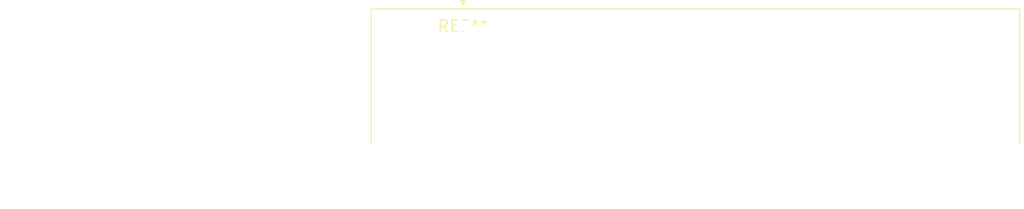
<source format=kicad_pcb>
(kicad_pcb (version 20240108) (generator pcbnew)
  (layers (0 "F.Cu" signal) (31 "B.Cu" signal) (34 "B.Paste" user) (35 "F.Paste" user) (36 "B.SilkS" user "B.Silkscreen") (37 "F.SilkS" user "F.Silkscreen") (38 "B.Mask" user) (39 "F.Mask" user) (44 "Edge.Cuts" user))
  (net 0 "")
  (footprint "DSUB-37_Male_Horizontal_P2.77x2.84mm_EdgePinOffset9.90mm_Housed_MountingHolesOffset11.32mm" (layer "F.Cu") (at 0 0)
    (property "Reference" "REF**")
    (property "Value" "DSUB-37_Male_Horizontal_P2.77x2.84mm_EdgePinOffset9.90mm_Housed_MountingHolesOffset11.32mm")
    (fp_line (start -9.83 -1.86) (end 59.69 -1.86) (layer "F.SilkS") (stroke (width 0.12)))
    (fp_line (start -9.83 12.68) (end -9.83 -1.86) (layer "F.SilkS") (stroke (width 0.12)))
    (fp_line (start -0.25 -2.754338) (end 0.25 -2.754338) (layer "F.SilkS") (stroke (width 0.12)))
    (fp_line (start 0 -2.321325) (end -0.25 -2.754338) (layer "F.SilkS") (stroke (width 0.12)))
    (fp_line (start 0.25 -2.754338) (end 0 -2.321325) (layer "F.SilkS") (stroke (width 0.12)))
    (fp_line (start 59.69 -1.86) (end 59.69 12.68) (layer "F.SilkS") (stroke (width 0.12)))
    (pad "0" thru_hole circle (at -6.82 1.42) (size 4 4) (drill 3.2) (layers *.Cu *.Mask) (remove_unused_layers))
    (pad "0" thru_hole circle (at 56.68 1.42) (size 4 4) (drill 3.2) (layers *.Cu *.Mask) (remove_unused_layers))
    (pad "1" thru_hole rect (at 0 0) (size 1.6 1.6) (drill 1) (layers *.Cu *.Mask) (remove_unused_layers))
    (pad "2" thru_hole circle (at 2.77 0) (size 1.6 1.6) (drill 1) (layers *.Cu *.Mask) (remove_unused_layers))
    (pad "3" thru_hole circle (at 5.54 0) (size 1.6 1.6) (drill 1) (layers *.Cu *.Mask) (remove_unused_layers))
    (pad "4" thru_hole circle (at 8.31 0) (size 1.6 1.6) (drill 1) (layers *.Cu *.Mask) (remove_unused_layers))
    (pad "5" thru_hole circle (at 11.08 0) (size 1.6 1.6) (drill 1) (layers *.Cu *.Mask) (remove_unused_layers))
    (pad "6" thru_hole circle (at 13.85 0) (size 1.6 1.6) (drill 1) (layers *.Cu *.Mask) (remove_unused_layers))
    (pad "7" thru_hole circle (at 16.62 0) (size 1.6 1.6) (drill 1) (layers *.Cu *.Mask) (remove_unused_layers))
    (pad "8" thru_hole circle (at 19.39 0) (size 1.6 1.6) (drill 1) (layers *.Cu *.Mask) (remove_unused_layers))
    (pad "9" thru_hole circle (at 22.16 0) (size 1.6 1.6) (drill 1) (layers *.Cu *.Mask) (remove_unused_layers))
    (pad "10" thru_hole circle (at 24.93 0) (size 1.6 1.6) (drill 1) (layers *.Cu *.Mask) (remove_unused_layers))
    (pad "11" thru_hole circle (at 27.7 0) (size 1.6 1.6) (drill 1) (layers *.Cu *.Mask) (remove_unused_layers))
    (pad "12" thru_hole circle (at 30.47 0) (size 1.6 1.6) (drill 1) (layers *.Cu *.Mask) (remove_unused_layers))
    (pad "13" thru_hole circle (at 33.24 0) (size 1.6 1.6) (drill 1) (layers *.Cu *.Mask) (remove_unused_layers))
    (pad "14" thru_hole circle (at 36.01 0) (size 1.6 1.6) (drill 1) (layers *.Cu *.Mask) (remove_unused_layers))
    (pad "15" thru_hole circle (at 38.78 0) (size 1.6 1.6) (drill 1) (layers *.Cu *.Mask) (remove_unused_layers))
    (pad "16" thru_hole circle (at 41.55 0) (size 1.6 1.6) (drill 1) (layers *.Cu *.Mask) (remove_unused_layers))
    (pad "17" thru_hole circle (at 44.32 0) (size 1.6 1.6) (drill 1) (layers *.Cu *.Mask) (remove_unused_layers))
    (pad "18" thru_hole circle (at 47.09 0) (size 1.6 1.6) (drill 1) (layers *.Cu *.Mask) (remove_unused_layers))
    (pad "19" thru_hole circle (at 49.86 0) (size 1.6 1.6) (drill 1) (layers *.Cu *.Mask) (remove_unused_layers))
    (pad "20" thru_hole circle (at 1.385 2.84) (size 1.6 1.6) (drill 1) (layers *.Cu *.Mask) (remove_unused_layers))
    (pad "21" thru_hole circle (at 4.155 2.84) (size 1.6 1.6) (drill 1) (layers *.Cu *.Mask) (remove_unused_layers))
    (pad "22" thru_hole circle (at 6.925 2.84) (size 1.6 1.6) (drill 1) (layers *.Cu *.Mask) (remove_unused_layers))
    (pad "23" thru_hole circle (at 9.695 2.84) (size 1.6 1.6) (drill 1) (layers *.Cu *.Mask) (remove_unused_layers))
    (pad "24" thru_hole circle (at 12.465 2.84) (size 1.6 1.6) (drill 1) (layers *.Cu *.Mask) (remove_unused_layers))
    (pad "25" thru_hole circle (at 15.235 2.84) (size 1.6 1.6) (drill 1) (layers *.Cu *.Mask) (remove_unused_layers))
    (pad "26" thru_hole circle (at 18.005 2.84) (size 1.6 1.6) (drill 1) (layers *.Cu *.Mask) (remove_unused_layers))
    (pad "27" thru_hole circle (at 20.775 2.84) (size 1.6 1.6) (drill 1) (layers *.Cu *.Mask) (remove_unused_layers))
    (pad "28" thru_hole circle (at 23.545 2.84) (size 1.6 1.6) (drill 1) (layers *.Cu *.Mask) (remove_unused_layers))
    (pad "29" thru_hole circle (at 26.315 2.84) (size 1.6 1.6) (drill 1) (layers *.Cu *.Mask) (remove_unused_layers))
    (pad "30" thru_hole circle (at 29.085 2.84) (size 1.6 1.6) (drill 1) (layers *.Cu *.Mask) (remove_unused_layers))
    (pad "31" thru_hole circle (at 31.855 2.84) (size 1.6 1.6) (drill 1) (layers *.Cu *.Mask) (remove_unused_layers))
    (pad "32" thru_hole circle (at 34.625 2.84) (size 1.6 1.6) (drill 1) (layers *.Cu *.Mask) (remove_unused_layers))
    (pad "33" thru_hole circle (at 37.395 2.84) (size 1.6 1.6) (drill 1) (layers *.Cu *.Mask) (remove_unused_layers))
    (pad "34" thru_hole circle (at 40.165 2.84) (size 1.6 1.6) (drill 1) (layers *.Cu *.Mask) (remove_unused_layers))
    (pad "35" thru_hole circle (at 42.935 2.84) (size 1.6 1.6) (drill 1) (layers *.Cu *.Mask) (remove_unused_layers))
    (pad "36" thru_hole circle (at 45.705 2.84) (size 1.6 1.6) (drill 1) (layers *.Cu *.Mask) (remove_unused_layers))
    (pad "37" thru_hole circle (at 48.475 2.84) (size 1.6 1.6) (drill 1) (layers *.Cu *.Mask) (remove_unused_layers))
  )
)
</source>
